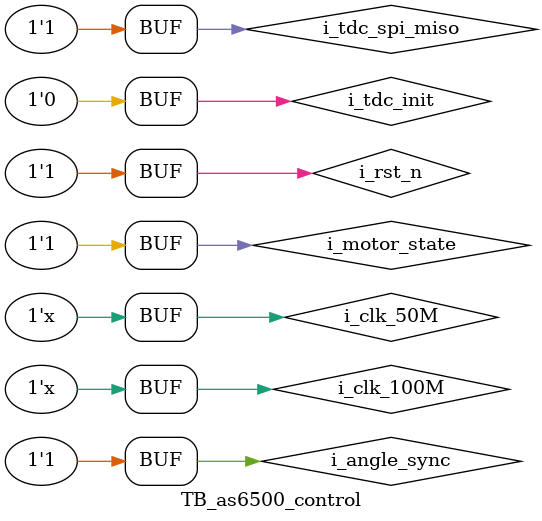
<source format=v>
	`timescale 1ns / 1ps 
	
	module TB_as6500_control(
	);
	reg i_clk_50M	;
	reg i_clk_100M	;	
	reg i_rst_n		;
    
	reg i_angle_sync	;
	reg i_motor_state	;
	reg i_tdc_init		;
	reg i_tdc_spi_miso	;
	wire [5:0]next_state;

	initial begin
		i_rst_n =0 ;
		i_clk_50M =0;
		i_clk_100M =0;
		#100 i_rst_n =1'b1;

		i_angle_sync =1'b1;
		i_motor_state =1'b1;
		i_tdc_init=1'b1;//  valid low level
		i_tdc_spi_miso=1;
		#1000
			i_tdc_init=1'b0;
	end															   

	always #10  i_clk_50M	= ~i_clk_50M	;
	always #10	i_clk_100M	= ~i_clk_100M	;                               																   
	 
	
	as6500_control	U2
	(
		.i_clk_50m			(i_clk_50M)				,
		.i_clk_100m    		(i_clk_100M)			,
		.i_rst_n      		(i_rst_n)				,
		
		.i_angle_sync		(i_angle_sync)			,
		.i_motor_state		(i_motor_state)			,
		
		.i_tdc_init 		(i_tdc_init)			,
		.i_tdc_spi_miso		(i_tdc_spi_miso)		
		
		// .o_tdc_spi_mosi		(o_tdc_spi_mosi)		,
		// .o_tdc_spi_ssn 		(o_tdc_spi_ssn)			,
		// .o_tdc_spi_clk 		(o_tdc_spi_clk)			,

		// .o_rise_data		(w_rise_data)			,
		// .o_fall_data		(w_fall_data)			,
		// .o_tdc_err_sig		(o_tdc_err_sig)			,
		// .o_tdc_new_sig		(w_tdc_new_sig)			
	);

	endmodule  
</source>
